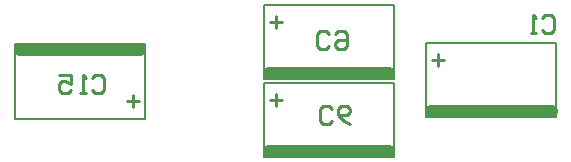
<source format=gbr>
%FSTAX23Y23*%
%MOMM*%
%SFA1B1*%

%IPPOS*%
%ADD38C,0.999998*%
%ADD39C,0.200000*%
%ADD40C,0.253999*%
%LNmicamp_legend_bot-1*%
%LPD*%
G54D38*
X26349Y10599D02*
X36549D01*
X47449Y08649D02*
X57649D01*
X47449Y02049D02*
X57649D01*
X61199Y05399D02*
X71399D01*
G54D39*
X36949Y04799D02*
Y11099D01*
X25949D02*
X36949D01*
X25949Y04799D02*
Y11099D01*
Y04799D02*
X36949D01*
X47049Y08149D02*
Y14449D01*
Y08149D02*
X58049D01*
Y14449*
X47049D02*
X58049D01*
X47049Y01549D02*
Y07849D01*
Y01549D02*
X58049D01*
Y07849*
X47049D02*
X58049D01*
X60799Y04899D02*
Y11199D01*
Y04899D02*
X71799D01*
Y11199*
X60799D02*
X71799D01*
G54D40*
X36449Y06261D02*
X35434D01*
X35942Y06769D02*
Y05753D01*
X47549Y12988D02*
X48565D01*
X48057Y1248D02*
Y13496D01*
X47549Y06388D02*
X48565D01*
X48057Y0588D02*
Y06896D01*
X61299Y09738D02*
X62315D01*
X61807Y0923D02*
Y10246D01*
X32484Y08206D02*
X32738Y0846D01*
X33246*
X33499Y08206*
Y0719*
X33246Y06937*
X32738*
X32484Y0719*
X31976Y06937D02*
X31468D01*
X31722*
Y0846*
X31976Y08206*
X29691Y0846D02*
X30706D01*
Y07698*
X30199Y07952*
X29945*
X29691Y07698*
Y0719*
X29945Y06937*
X30452*
X30706Y0719*
X52515Y1098D02*
X52261Y10726D01*
X51753*
X51499Y1098*
Y11996*
X51753Y12249*
X52261*
X52515Y11996*
X53023D02*
X53277Y12249D01*
X53785*
X54039Y11996*
Y1098*
X53785Y10726*
X53277*
X53023Y1098*
Y11234*
X53277Y11488*
X54039*
X52765Y0463D02*
X52511Y04376D01*
X52003*
X51749Y0463*
Y05646*
X52003Y05899*
X52511*
X52765Y05646*
X54289Y04376D02*
X53781Y0463D01*
X53273Y05138*
Y05646*
X53527Y05899*
X54035*
X54289Y05646*
Y05392*
X54035Y05138*
X53273*
X70628Y13325D02*
X70882Y13579D01*
X7139*
X71644Y13325*
Y12309*
X7139Y12055*
X70882*
X70628Y12309*
X7012Y12055D02*
X69613D01*
X69866*
Y13579*
X7012Y13325*
M02*
</source>
